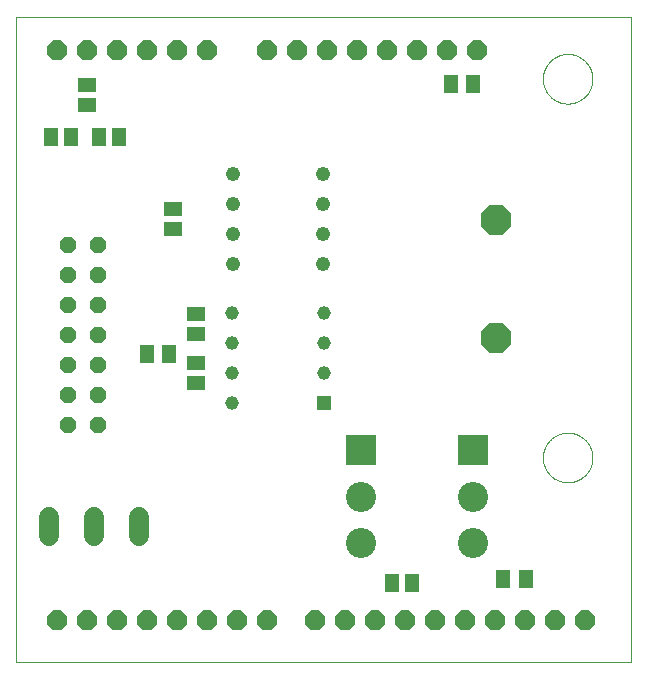
<source format=gts>
G04 EAGLE Gerber X2 export*
%TF.Part,Single*%
%TF.FileFunction,Other,Solder Mask top*%
%TF.FilePolarity,Positive*%
%TF.GenerationSoftware,Autodesk,EAGLE,9.4.0*%
%TF.CreationDate,2019-06-23T03:23:46Z*%
G75*
%MOMM*%
%FSLAX34Y34*%
%LPD*%
%INSolder Mask top*%
%AMOC8*
5,1,8,0,0,1.08239X$1,22.5*%
G01*
%ADD10C,0.050000*%
%ADD11R,1.500000X1.300000*%
%ADD12R,1.300000X1.500000*%
%ADD13C,1.219200*%
%ADD14R,1.159000X1.159000*%
%ADD15C,1.159000*%
%ADD16C,1.676400*%
%ADD17P,1.484606X8X292.500000*%
%ADD18P,1.814519X8X202.500000*%
%ADD19P,2.749271X8X112.500000*%
%ADD20R,2.550000X2.550000*%
%ADD21C,2.550000*%


D10*
X0Y0D02*
X520700Y0D01*
X520700Y546100D01*
X0Y546100D01*
X0Y0D01*
X446360Y493395D02*
X446366Y493910D01*
X446385Y494425D01*
X446417Y494940D01*
X446461Y495453D01*
X446518Y495966D01*
X446587Y496476D01*
X446669Y496985D01*
X446764Y497492D01*
X446870Y497996D01*
X446989Y498498D01*
X447121Y498996D01*
X447264Y499491D01*
X447420Y499982D01*
X447588Y500470D01*
X447767Y500953D01*
X447959Y501431D01*
X448162Y501905D01*
X448376Y502374D01*
X448602Y502837D01*
X448840Y503294D01*
X449088Y503746D01*
X449348Y504191D01*
X449618Y504630D01*
X449899Y505062D01*
X450191Y505487D01*
X450493Y505905D01*
X450805Y506315D01*
X451127Y506717D01*
X451459Y507112D01*
X451800Y507498D01*
X452151Y507875D01*
X452511Y508244D01*
X452880Y508604D01*
X453257Y508955D01*
X453643Y509296D01*
X454038Y509628D01*
X454440Y509950D01*
X454850Y510262D01*
X455268Y510564D01*
X455693Y510856D01*
X456125Y511137D01*
X456564Y511407D01*
X457009Y511667D01*
X457461Y511915D01*
X457918Y512153D01*
X458381Y512379D01*
X458850Y512593D01*
X459324Y512796D01*
X459802Y512988D01*
X460285Y513167D01*
X460773Y513335D01*
X461264Y513491D01*
X461759Y513634D01*
X462257Y513766D01*
X462759Y513885D01*
X463263Y513991D01*
X463770Y514086D01*
X464279Y514168D01*
X464789Y514237D01*
X465302Y514294D01*
X465815Y514338D01*
X466330Y514370D01*
X466845Y514389D01*
X467360Y514395D01*
X467875Y514389D01*
X468390Y514370D01*
X468905Y514338D01*
X469418Y514294D01*
X469931Y514237D01*
X470441Y514168D01*
X470950Y514086D01*
X471457Y513991D01*
X471961Y513885D01*
X472463Y513766D01*
X472961Y513634D01*
X473456Y513491D01*
X473947Y513335D01*
X474435Y513167D01*
X474918Y512988D01*
X475396Y512796D01*
X475870Y512593D01*
X476339Y512379D01*
X476802Y512153D01*
X477259Y511915D01*
X477711Y511667D01*
X478156Y511407D01*
X478595Y511137D01*
X479027Y510856D01*
X479452Y510564D01*
X479870Y510262D01*
X480280Y509950D01*
X480682Y509628D01*
X481077Y509296D01*
X481463Y508955D01*
X481840Y508604D01*
X482209Y508244D01*
X482569Y507875D01*
X482920Y507498D01*
X483261Y507112D01*
X483593Y506717D01*
X483915Y506315D01*
X484227Y505905D01*
X484529Y505487D01*
X484821Y505062D01*
X485102Y504630D01*
X485372Y504191D01*
X485632Y503746D01*
X485880Y503294D01*
X486118Y502837D01*
X486344Y502374D01*
X486558Y501905D01*
X486761Y501431D01*
X486953Y500953D01*
X487132Y500470D01*
X487300Y499982D01*
X487456Y499491D01*
X487599Y498996D01*
X487731Y498498D01*
X487850Y497996D01*
X487956Y497492D01*
X488051Y496985D01*
X488133Y496476D01*
X488202Y495966D01*
X488259Y495453D01*
X488303Y494940D01*
X488335Y494425D01*
X488354Y493910D01*
X488360Y493395D01*
X488354Y492880D01*
X488335Y492365D01*
X488303Y491850D01*
X488259Y491337D01*
X488202Y490824D01*
X488133Y490314D01*
X488051Y489805D01*
X487956Y489298D01*
X487850Y488794D01*
X487731Y488292D01*
X487599Y487794D01*
X487456Y487299D01*
X487300Y486808D01*
X487132Y486320D01*
X486953Y485837D01*
X486761Y485359D01*
X486558Y484885D01*
X486344Y484416D01*
X486118Y483953D01*
X485880Y483496D01*
X485632Y483044D01*
X485372Y482599D01*
X485102Y482160D01*
X484821Y481728D01*
X484529Y481303D01*
X484227Y480885D01*
X483915Y480475D01*
X483593Y480073D01*
X483261Y479678D01*
X482920Y479292D01*
X482569Y478915D01*
X482209Y478546D01*
X481840Y478186D01*
X481463Y477835D01*
X481077Y477494D01*
X480682Y477162D01*
X480280Y476840D01*
X479870Y476528D01*
X479452Y476226D01*
X479027Y475934D01*
X478595Y475653D01*
X478156Y475383D01*
X477711Y475123D01*
X477259Y474875D01*
X476802Y474637D01*
X476339Y474411D01*
X475870Y474197D01*
X475396Y473994D01*
X474918Y473802D01*
X474435Y473623D01*
X473947Y473455D01*
X473456Y473299D01*
X472961Y473156D01*
X472463Y473024D01*
X471961Y472905D01*
X471457Y472799D01*
X470950Y472704D01*
X470441Y472622D01*
X469931Y472553D01*
X469418Y472496D01*
X468905Y472452D01*
X468390Y472420D01*
X467875Y472401D01*
X467360Y472395D01*
X466845Y472401D01*
X466330Y472420D01*
X465815Y472452D01*
X465302Y472496D01*
X464789Y472553D01*
X464279Y472622D01*
X463770Y472704D01*
X463263Y472799D01*
X462759Y472905D01*
X462257Y473024D01*
X461759Y473156D01*
X461264Y473299D01*
X460773Y473455D01*
X460285Y473623D01*
X459802Y473802D01*
X459324Y473994D01*
X458850Y474197D01*
X458381Y474411D01*
X457918Y474637D01*
X457461Y474875D01*
X457009Y475123D01*
X456564Y475383D01*
X456125Y475653D01*
X455693Y475934D01*
X455268Y476226D01*
X454850Y476528D01*
X454440Y476840D01*
X454038Y477162D01*
X453643Y477494D01*
X453257Y477835D01*
X452880Y478186D01*
X452511Y478546D01*
X452151Y478915D01*
X451800Y479292D01*
X451459Y479678D01*
X451127Y480073D01*
X450805Y480475D01*
X450493Y480885D01*
X450191Y481303D01*
X449899Y481728D01*
X449618Y482160D01*
X449348Y482599D01*
X449088Y483044D01*
X448840Y483496D01*
X448602Y483953D01*
X448376Y484416D01*
X448162Y484885D01*
X447959Y485359D01*
X447767Y485837D01*
X447588Y486320D01*
X447420Y486808D01*
X447264Y487299D01*
X447121Y487794D01*
X446989Y488292D01*
X446870Y488794D01*
X446764Y489298D01*
X446669Y489805D01*
X446587Y490314D01*
X446518Y490824D01*
X446461Y491337D01*
X446417Y491850D01*
X446385Y492365D01*
X446366Y492880D01*
X446360Y493395D01*
X446360Y172720D02*
X446366Y173235D01*
X446385Y173750D01*
X446417Y174265D01*
X446461Y174778D01*
X446518Y175291D01*
X446587Y175801D01*
X446669Y176310D01*
X446764Y176817D01*
X446870Y177321D01*
X446989Y177823D01*
X447121Y178321D01*
X447264Y178816D01*
X447420Y179307D01*
X447588Y179795D01*
X447767Y180278D01*
X447959Y180756D01*
X448162Y181230D01*
X448376Y181699D01*
X448602Y182162D01*
X448840Y182619D01*
X449088Y183071D01*
X449348Y183516D01*
X449618Y183955D01*
X449899Y184387D01*
X450191Y184812D01*
X450493Y185230D01*
X450805Y185640D01*
X451127Y186042D01*
X451459Y186437D01*
X451800Y186823D01*
X452151Y187200D01*
X452511Y187569D01*
X452880Y187929D01*
X453257Y188280D01*
X453643Y188621D01*
X454038Y188953D01*
X454440Y189275D01*
X454850Y189587D01*
X455268Y189889D01*
X455693Y190181D01*
X456125Y190462D01*
X456564Y190732D01*
X457009Y190992D01*
X457461Y191240D01*
X457918Y191478D01*
X458381Y191704D01*
X458850Y191918D01*
X459324Y192121D01*
X459802Y192313D01*
X460285Y192492D01*
X460773Y192660D01*
X461264Y192816D01*
X461759Y192959D01*
X462257Y193091D01*
X462759Y193210D01*
X463263Y193316D01*
X463770Y193411D01*
X464279Y193493D01*
X464789Y193562D01*
X465302Y193619D01*
X465815Y193663D01*
X466330Y193695D01*
X466845Y193714D01*
X467360Y193720D01*
X467875Y193714D01*
X468390Y193695D01*
X468905Y193663D01*
X469418Y193619D01*
X469931Y193562D01*
X470441Y193493D01*
X470950Y193411D01*
X471457Y193316D01*
X471961Y193210D01*
X472463Y193091D01*
X472961Y192959D01*
X473456Y192816D01*
X473947Y192660D01*
X474435Y192492D01*
X474918Y192313D01*
X475396Y192121D01*
X475870Y191918D01*
X476339Y191704D01*
X476802Y191478D01*
X477259Y191240D01*
X477711Y190992D01*
X478156Y190732D01*
X478595Y190462D01*
X479027Y190181D01*
X479452Y189889D01*
X479870Y189587D01*
X480280Y189275D01*
X480682Y188953D01*
X481077Y188621D01*
X481463Y188280D01*
X481840Y187929D01*
X482209Y187569D01*
X482569Y187200D01*
X482920Y186823D01*
X483261Y186437D01*
X483593Y186042D01*
X483915Y185640D01*
X484227Y185230D01*
X484529Y184812D01*
X484821Y184387D01*
X485102Y183955D01*
X485372Y183516D01*
X485632Y183071D01*
X485880Y182619D01*
X486118Y182162D01*
X486344Y181699D01*
X486558Y181230D01*
X486761Y180756D01*
X486953Y180278D01*
X487132Y179795D01*
X487300Y179307D01*
X487456Y178816D01*
X487599Y178321D01*
X487731Y177823D01*
X487850Y177321D01*
X487956Y176817D01*
X488051Y176310D01*
X488133Y175801D01*
X488202Y175291D01*
X488259Y174778D01*
X488303Y174265D01*
X488335Y173750D01*
X488354Y173235D01*
X488360Y172720D01*
X488354Y172205D01*
X488335Y171690D01*
X488303Y171175D01*
X488259Y170662D01*
X488202Y170149D01*
X488133Y169639D01*
X488051Y169130D01*
X487956Y168623D01*
X487850Y168119D01*
X487731Y167617D01*
X487599Y167119D01*
X487456Y166624D01*
X487300Y166133D01*
X487132Y165645D01*
X486953Y165162D01*
X486761Y164684D01*
X486558Y164210D01*
X486344Y163741D01*
X486118Y163278D01*
X485880Y162821D01*
X485632Y162369D01*
X485372Y161924D01*
X485102Y161485D01*
X484821Y161053D01*
X484529Y160628D01*
X484227Y160210D01*
X483915Y159800D01*
X483593Y159398D01*
X483261Y159003D01*
X482920Y158617D01*
X482569Y158240D01*
X482209Y157871D01*
X481840Y157511D01*
X481463Y157160D01*
X481077Y156819D01*
X480682Y156487D01*
X480280Y156165D01*
X479870Y155853D01*
X479452Y155551D01*
X479027Y155259D01*
X478595Y154978D01*
X478156Y154708D01*
X477711Y154448D01*
X477259Y154200D01*
X476802Y153962D01*
X476339Y153736D01*
X475870Y153522D01*
X475396Y153319D01*
X474918Y153127D01*
X474435Y152948D01*
X473947Y152780D01*
X473456Y152624D01*
X472961Y152481D01*
X472463Y152349D01*
X471961Y152230D01*
X471457Y152124D01*
X470950Y152029D01*
X470441Y151947D01*
X469931Y151878D01*
X469418Y151821D01*
X468905Y151777D01*
X468390Y151745D01*
X467875Y151726D01*
X467360Y151720D01*
X466845Y151726D01*
X466330Y151745D01*
X465815Y151777D01*
X465302Y151821D01*
X464789Y151878D01*
X464279Y151947D01*
X463770Y152029D01*
X463263Y152124D01*
X462759Y152230D01*
X462257Y152349D01*
X461759Y152481D01*
X461264Y152624D01*
X460773Y152780D01*
X460285Y152948D01*
X459802Y153127D01*
X459324Y153319D01*
X458850Y153522D01*
X458381Y153736D01*
X457918Y153962D01*
X457461Y154200D01*
X457009Y154448D01*
X456564Y154708D01*
X456125Y154978D01*
X455693Y155259D01*
X455268Y155551D01*
X454850Y155853D01*
X454440Y156165D01*
X454038Y156487D01*
X453643Y156819D01*
X453257Y157160D01*
X452880Y157511D01*
X452511Y157871D01*
X452151Y158240D01*
X451800Y158617D01*
X451459Y159003D01*
X451127Y159398D01*
X450805Y159800D01*
X450493Y160210D01*
X450191Y160628D01*
X449899Y161053D01*
X449618Y161485D01*
X449348Y161924D01*
X449088Y162369D01*
X448840Y162821D01*
X448602Y163278D01*
X448376Y163741D01*
X448162Y164210D01*
X447959Y164684D01*
X447767Y165162D01*
X447588Y165645D01*
X447420Y166133D01*
X447264Y166624D01*
X447121Y167119D01*
X446989Y167617D01*
X446870Y168119D01*
X446764Y168623D01*
X446669Y169130D01*
X446587Y169639D01*
X446518Y170149D01*
X446461Y170662D01*
X446417Y171175D01*
X446385Y171690D01*
X446366Y172205D01*
X446360Y172720D01*
D11*
X60325Y470925D03*
X60325Y487925D03*
D12*
X29600Y444500D03*
X46600Y444500D03*
X70875Y444500D03*
X87875Y444500D03*
X111150Y260350D03*
X130150Y260350D03*
D11*
X152400Y252975D03*
X152400Y235975D03*
X152400Y277250D03*
X152400Y294250D03*
D13*
X260350Y336550D03*
X260350Y361950D03*
X184150Y361950D03*
X184150Y336550D03*
X260350Y387350D03*
X260350Y412750D03*
X184150Y387350D03*
X184150Y412750D03*
D14*
X261300Y219075D03*
D15*
X261300Y244475D03*
X261300Y269875D03*
X261300Y295275D03*
X183200Y295275D03*
X183200Y269875D03*
X183200Y244475D03*
X183200Y219075D03*
D11*
X133350Y366150D03*
X133350Y383150D03*
D16*
X104775Y122682D02*
X104775Y105918D01*
X66675Y105918D02*
X66675Y122682D01*
X28575Y122682D02*
X28575Y105918D01*
D12*
X387325Y488950D03*
X368325Y488950D03*
D17*
X44450Y352425D03*
X69850Y352425D03*
X44450Y327025D03*
X69850Y327025D03*
X44450Y301625D03*
X69850Y301625D03*
X44450Y276225D03*
X69850Y276225D03*
X44450Y250825D03*
X69850Y250825D03*
X44450Y225425D03*
X69850Y225425D03*
X44450Y200025D03*
X69850Y200025D03*
D18*
X161925Y517525D03*
X136525Y517525D03*
X111125Y517525D03*
X85725Y517525D03*
X60325Y517525D03*
X34925Y517525D03*
X212725Y517525D03*
X238125Y517525D03*
X263525Y517525D03*
X288925Y517525D03*
X314325Y517525D03*
X339725Y517525D03*
X365125Y517525D03*
X390525Y517525D03*
X136525Y34925D03*
X111125Y34925D03*
X85725Y34925D03*
X60325Y34925D03*
X34925Y34925D03*
X161925Y34925D03*
X187325Y34925D03*
X212725Y34925D03*
X253365Y34925D03*
X278765Y34925D03*
X304165Y34925D03*
X329565Y34925D03*
X354965Y34925D03*
X380365Y34925D03*
X405765Y34925D03*
X431165Y34925D03*
X456565Y34925D03*
X481965Y34925D03*
D19*
X406400Y273812D03*
X406400Y373888D03*
D12*
X318525Y66675D03*
X335525Y66675D03*
X412775Y69850D03*
X431775Y69850D03*
D20*
X292100Y179300D03*
D21*
X292100Y139700D03*
X292100Y100100D03*
D20*
X387350Y179300D03*
D21*
X387350Y139700D03*
X387350Y100100D03*
M02*

</source>
